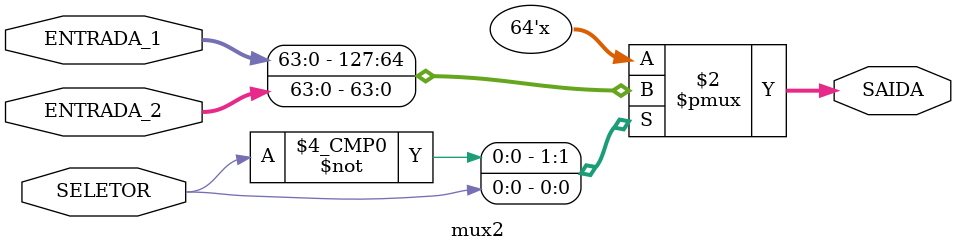
<source format=sv>
module mux2(
	input SELETOR,
	input logic [63:0]ENTRADA_1, ENTRADA_2,
	output logic [63:0] SAIDA
	);

	always_comb
			case(SELETOR)
				0: SAIDA=ENTRADA_1;
				1: SAIDA=ENTRADA_2;
			endcase 
endmodule

</source>
